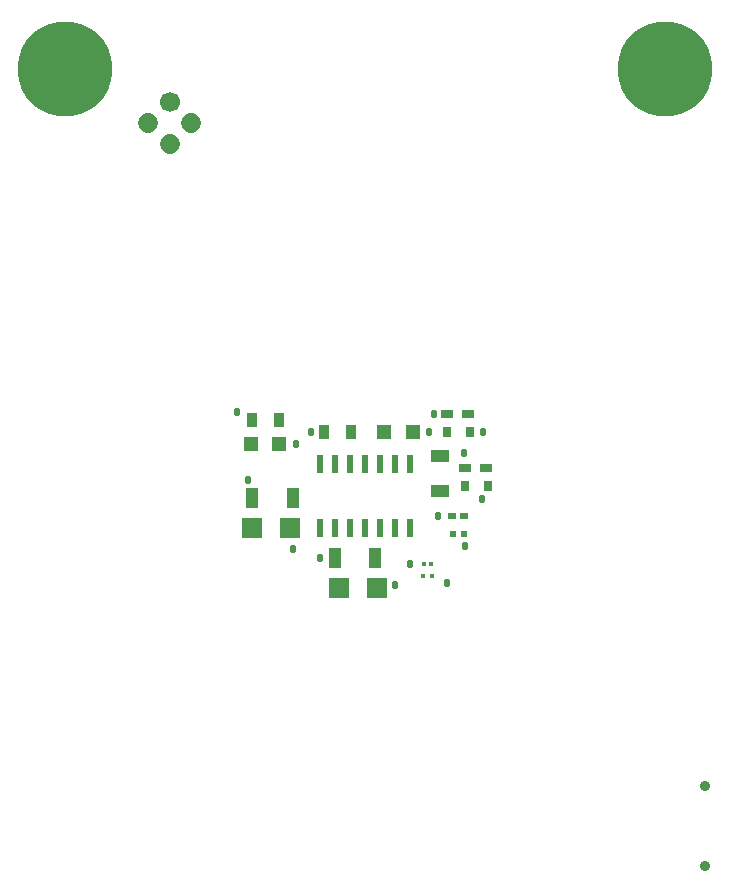
<source format=gts>
G04 #@! TF.FileFunction,Soldermask,Top*
%FSLAX46Y46*%
G04 Gerber Fmt 4.6, Leading zero omitted, Abs format (unit mm)*
G04 Created by KiCad (PCBNEW 4.0.6) date 08/28/18 17:29:04*
%MOMM*%
%LPD*%
G01*
G04 APERTURE LIST*
%ADD10C,0.100000*%
%ADD11R,0.700000X0.600000*%
%ADD12R,0.400000X0.400000*%
%ADD13C,1.700000*%
%ADD14C,1.700000*%
%ADD15C,0.900000*%
%ADD16C,8.000000*%
%ADD17R,1.300000X1.198880*%
%ADD18R,1.000000X0.797560*%
%ADD19O,0.508000X0.762000*%
%ADD20R,0.900000X1.300000*%
%ADD21R,0.700000X0.900000*%
%ADD22R,0.450000X0.430000*%
%ADD23R,0.600000X0.600000*%
%ADD24R,1.700000X1.800860*%
%ADD25R,1.100000X1.700000*%
%ADD26R,1.600000X1.000000*%
%ADD27R,0.600000X1.500000*%
G04 APERTURE END LIST*
D10*
D11*
X131564000Y-116586000D03*
X130564000Y-116586000D03*
D12*
X128824000Y-120650000D03*
X128224000Y-120650000D03*
D13*
X106680000Y-81515949D03*
D14*
X108476051Y-83312000D02*
X108476051Y-83312000D01*
X104883949Y-83312000D02*
X104883949Y-83312000D01*
X106680000Y-85108051D02*
X106680000Y-85108051D01*
D15*
X151975000Y-146275000D03*
X151975000Y-139475000D03*
D16*
X148590000Y-78740000D03*
D17*
X115951000Y-110490000D03*
X113538000Y-110490000D03*
X124841000Y-109474000D03*
X127254000Y-109474000D03*
D18*
X130175000Y-107950000D03*
X131953000Y-107950000D03*
D16*
X97790000Y-78740000D03*
D19*
X119380000Y-120142000D03*
X117094000Y-119380000D03*
X117348000Y-110490000D03*
X118618000Y-109474000D03*
X129032000Y-107950000D03*
X131572000Y-111252000D03*
X129413000Y-116586000D03*
X127000000Y-120650000D03*
X113284000Y-113538000D03*
X112395000Y-107823000D03*
X128651000Y-109474000D03*
X125730000Y-122428000D03*
X133223000Y-109474000D03*
X133096000Y-115189000D03*
X131699000Y-119126000D03*
X130175000Y-122301000D03*
D20*
X115951000Y-108458000D03*
X113665000Y-108458000D03*
X119761000Y-109474000D03*
X122047000Y-109474000D03*
D21*
X130175000Y-109474000D03*
X132080000Y-109474000D03*
D22*
X128124000Y-121666000D03*
X128924000Y-121666000D03*
D18*
X131699000Y-112522000D03*
X133477000Y-112522000D03*
D21*
X131699000Y-114046000D03*
X133604000Y-114046000D03*
D23*
X130664000Y-118110000D03*
X131564000Y-118110000D03*
D24*
X121031000Y-122682000D03*
X124206000Y-122682000D03*
D25*
X120650000Y-120142000D03*
X124079000Y-120142000D03*
D24*
X116840000Y-117602000D03*
X113665000Y-117602000D03*
D25*
X117094000Y-115062000D03*
X113665000Y-115062000D03*
D26*
X129540000Y-114530000D03*
X129540000Y-111530000D03*
D27*
X127000000Y-112235000D03*
X125730000Y-112235000D03*
X124460000Y-112235000D03*
X123190000Y-112235000D03*
X121920000Y-112235000D03*
X120650000Y-112235000D03*
X119380000Y-112235000D03*
X119380000Y-117635000D03*
X120650000Y-117635000D03*
X121920000Y-117635000D03*
X123190000Y-117635000D03*
X124460000Y-117635000D03*
X125730000Y-117635000D03*
X127000000Y-117635000D03*
M02*

</source>
